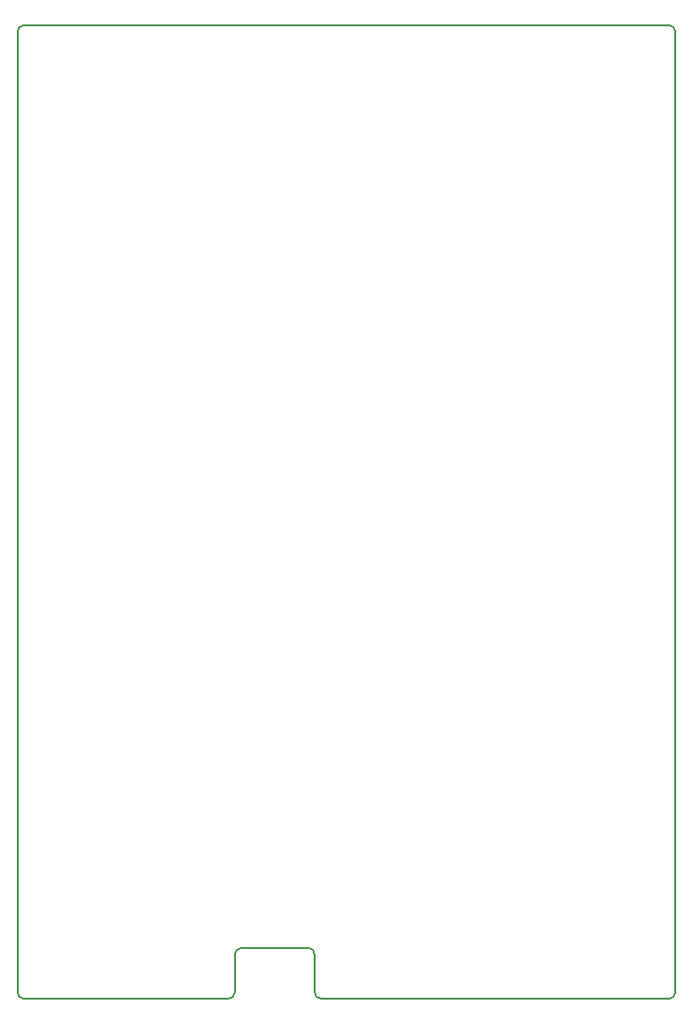
<source format=gbr>
%TF.GenerationSoftware,KiCad,Pcbnew,5.0.0*%
%TF.CreationDate,2018-08-31T22:22:52+02:00*%
%TF.ProjectId,cube,637562652E6B696361645F7063620000,B*%
%TF.SameCoordinates,Original*%
%TF.FileFunction,Profile,NP*%
%FSLAX46Y46*%
G04 Gerber Fmt 4.6, Leading zero omitted, Abs format (unit mm)*
G04 Created by KiCad (PCBNEW 5.0.0) date Fri Aug 31 22:22:52 2018*
%MOMM*%
%LPD*%
G01*
G04 APERTURE LIST*
%ADD10C,0.150000*%
G04 APERTURE END LIST*
D10*
X116300000Y-64400000D02*
G75*
G02X116900000Y-65000000I0J-600000D01*
G01*
X116900000Y-151700000D02*
X116900000Y-65000000D01*
X116900000Y-151700000D02*
G75*
G02X116300000Y-152300000I-600000J0D01*
G01*
X58000000Y-64400000D02*
X116300000Y-64400000D01*
X57400000Y-65000000D02*
G75*
G02X58000000Y-64400000I600000J0D01*
G01*
X58000000Y-152300000D02*
G75*
G02X57400000Y-151700000I0J600000D01*
G01*
X76450000Y-152300000D02*
X58000000Y-152300000D01*
X84900000Y-152300000D02*
X116300000Y-152300000D01*
X57400000Y-151700000D02*
X57400000Y-65000000D01*
X84275000Y-148300000D02*
X84275000Y-151700000D01*
X84875000Y-152300000D02*
G75*
G02X84275000Y-151700000I0J600000D01*
G01*
X83675000Y-147700000D02*
G75*
G02X84275000Y-148300000I0J-600000D01*
G01*
X77675000Y-147700000D02*
X83675000Y-147700000D01*
X77075000Y-148300000D02*
G75*
G02X77675000Y-147700000I600000J0D01*
G01*
X77075000Y-151700000D02*
G75*
G02X76475000Y-152300000I-600000J0D01*
G01*
X77075000Y-148300000D02*
X77075000Y-151700000D01*
M02*

</source>
